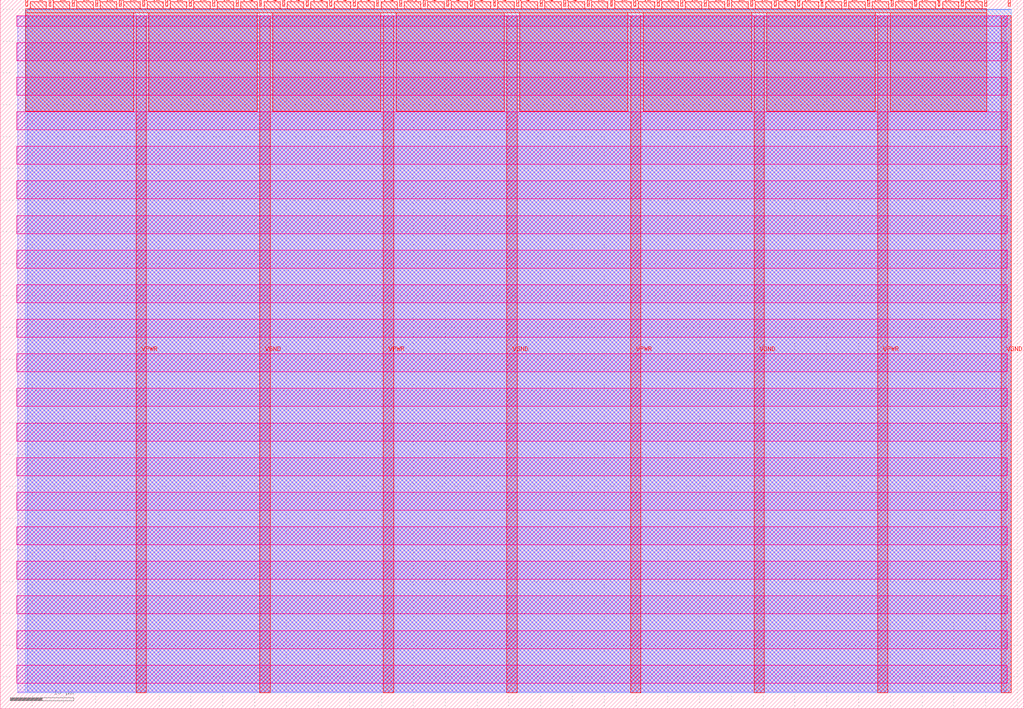
<source format=lef>
VERSION 5.7 ;
  NOWIREEXTENSIONATPIN ON ;
  DIVIDERCHAR "/" ;
  BUSBITCHARS "[]" ;
MACRO tt_um_wokwi_395355133883896833
  CLASS BLOCK ;
  FOREIGN tt_um_wokwi_395355133883896833 ;
  ORIGIN 0.000 0.000 ;
  SIZE 161.000 BY 111.520 ;
  PIN VGND
    DIRECTION INOUT ;
    USE GROUND ;
    PORT
      LAYER met4 ;
        RECT 40.830 2.480 42.430 109.040 ;
    END
    PORT
      LAYER met4 ;
        RECT 79.700 2.480 81.300 109.040 ;
    END
    PORT
      LAYER met4 ;
        RECT 118.570 2.480 120.170 109.040 ;
    END
    PORT
      LAYER met4 ;
        RECT 157.440 2.480 159.040 109.040 ;
    END
  END VGND
  PIN VPWR
    DIRECTION INOUT ;
    USE POWER ;
    PORT
      LAYER met4 ;
        RECT 21.395 2.480 22.995 109.040 ;
    END
    PORT
      LAYER met4 ;
        RECT 60.265 2.480 61.865 109.040 ;
    END
    PORT
      LAYER met4 ;
        RECT 99.135 2.480 100.735 109.040 ;
    END
    PORT
      LAYER met4 ;
        RECT 138.005 2.480 139.605 109.040 ;
    END
  END VPWR
  PIN clk
    DIRECTION INPUT ;
    USE SIGNAL ;
    ANTENNAGATEAREA 0.852000 ;
    PORT
      LAYER met4 ;
        RECT 154.870 110.520 155.170 111.520 ;
    END
  END clk
  PIN ena
    DIRECTION INPUT ;
    USE SIGNAL ;
    PORT
      LAYER met4 ;
        RECT 158.550 110.520 158.850 111.520 ;
    END
  END ena
  PIN rst_n
    DIRECTION INPUT ;
    USE SIGNAL ;
    ANTENNAGATEAREA 0.196500 ;
    PORT
      LAYER met4 ;
        RECT 151.190 110.520 151.490 111.520 ;
    END
  END rst_n
  PIN ui_in[0]
    DIRECTION INPUT ;
    USE SIGNAL ;
    ANTENNAGATEAREA 0.126000 ;
    PORT
      LAYER met4 ;
        RECT 147.510 110.520 147.810 111.520 ;
    END
  END ui_in[0]
  PIN ui_in[1]
    DIRECTION INPUT ;
    USE SIGNAL ;
    ANTENNAGATEAREA 0.196500 ;
    PORT
      LAYER met4 ;
        RECT 143.830 110.520 144.130 111.520 ;
    END
  END ui_in[1]
  PIN ui_in[2]
    DIRECTION INPUT ;
    USE SIGNAL ;
    ANTENNAGATEAREA 0.196500 ;
    PORT
      LAYER met4 ;
        RECT 140.150 110.520 140.450 111.520 ;
    END
  END ui_in[2]
  PIN ui_in[3]
    DIRECTION INPUT ;
    USE SIGNAL ;
    ANTENNAGATEAREA 0.196500 ;
    PORT
      LAYER met4 ;
        RECT 136.470 110.520 136.770 111.520 ;
    END
  END ui_in[3]
  PIN ui_in[4]
    DIRECTION INPUT ;
    USE SIGNAL ;
    ANTENNAGATEAREA 0.196500 ;
    PORT
      LAYER met4 ;
        RECT 132.790 110.520 133.090 111.520 ;
    END
  END ui_in[4]
  PIN ui_in[5]
    DIRECTION INPUT ;
    USE SIGNAL ;
    ANTENNAGATEAREA 0.196500 ;
    PORT
      LAYER met4 ;
        RECT 129.110 110.520 129.410 111.520 ;
    END
  END ui_in[5]
  PIN ui_in[6]
    DIRECTION INPUT ;
    USE SIGNAL ;
    ANTENNAGATEAREA 0.196500 ;
    PORT
      LAYER met4 ;
        RECT 125.430 110.520 125.730 111.520 ;
    END
  END ui_in[6]
  PIN ui_in[7]
    DIRECTION INPUT ;
    USE SIGNAL ;
    ANTENNAGATEAREA 0.196500 ;
    PORT
      LAYER met4 ;
        RECT 121.750 110.520 122.050 111.520 ;
    END
  END ui_in[7]
  PIN uio_in[0]
    DIRECTION INPUT ;
    USE SIGNAL ;
    PORT
      LAYER met4 ;
        RECT 118.070 110.520 118.370 111.520 ;
    END
  END uio_in[0]
  PIN uio_in[1]
    DIRECTION INPUT ;
    USE SIGNAL ;
    PORT
      LAYER met4 ;
        RECT 114.390 110.520 114.690 111.520 ;
    END
  END uio_in[1]
  PIN uio_in[2]
    DIRECTION INPUT ;
    USE SIGNAL ;
    PORT
      LAYER met4 ;
        RECT 110.710 110.520 111.010 111.520 ;
    END
  END uio_in[2]
  PIN uio_in[3]
    DIRECTION INPUT ;
    USE SIGNAL ;
    PORT
      LAYER met4 ;
        RECT 107.030 110.520 107.330 111.520 ;
    END
  END uio_in[3]
  PIN uio_in[4]
    DIRECTION INPUT ;
    USE SIGNAL ;
    PORT
      LAYER met4 ;
        RECT 103.350 110.520 103.650 111.520 ;
    END
  END uio_in[4]
  PIN uio_in[5]
    DIRECTION INPUT ;
    USE SIGNAL ;
    PORT
      LAYER met4 ;
        RECT 99.670 110.520 99.970 111.520 ;
    END
  END uio_in[5]
  PIN uio_in[6]
    DIRECTION INPUT ;
    USE SIGNAL ;
    PORT
      LAYER met4 ;
        RECT 95.990 110.520 96.290 111.520 ;
    END
  END uio_in[6]
  PIN uio_in[7]
    DIRECTION INPUT ;
    USE SIGNAL ;
    PORT
      LAYER met4 ;
        RECT 92.310 110.520 92.610 111.520 ;
    END
  END uio_in[7]
  PIN uio_oe[0]
    DIRECTION OUTPUT TRISTATE ;
    USE SIGNAL ;
    PORT
      LAYER met4 ;
        RECT 29.750 110.520 30.050 111.520 ;
    END
  END uio_oe[0]
  PIN uio_oe[1]
    DIRECTION OUTPUT TRISTATE ;
    USE SIGNAL ;
    PORT
      LAYER met4 ;
        RECT 26.070 110.520 26.370 111.520 ;
    END
  END uio_oe[1]
  PIN uio_oe[2]
    DIRECTION OUTPUT TRISTATE ;
    USE SIGNAL ;
    PORT
      LAYER met4 ;
        RECT 22.390 110.520 22.690 111.520 ;
    END
  END uio_oe[2]
  PIN uio_oe[3]
    DIRECTION OUTPUT TRISTATE ;
    USE SIGNAL ;
    PORT
      LAYER met4 ;
        RECT 18.710 110.520 19.010 111.520 ;
    END
  END uio_oe[3]
  PIN uio_oe[4]
    DIRECTION OUTPUT TRISTATE ;
    USE SIGNAL ;
    PORT
      LAYER met4 ;
        RECT 15.030 110.520 15.330 111.520 ;
    END
  END uio_oe[4]
  PIN uio_oe[5]
    DIRECTION OUTPUT TRISTATE ;
    USE SIGNAL ;
    PORT
      LAYER met4 ;
        RECT 11.350 110.520 11.650 111.520 ;
    END
  END uio_oe[5]
  PIN uio_oe[6]
    DIRECTION OUTPUT TRISTATE ;
    USE SIGNAL ;
    PORT
      LAYER met4 ;
        RECT 7.670 110.520 7.970 111.520 ;
    END
  END uio_oe[6]
  PIN uio_oe[7]
    DIRECTION OUTPUT TRISTATE ;
    USE SIGNAL ;
    PORT
      LAYER met4 ;
        RECT 3.990 110.520 4.290 111.520 ;
    END
  END uio_oe[7]
  PIN uio_out[0]
    DIRECTION OUTPUT TRISTATE ;
    USE SIGNAL ;
    PORT
      LAYER met4 ;
        RECT 59.190 110.520 59.490 111.520 ;
    END
  END uio_out[0]
  PIN uio_out[1]
    DIRECTION OUTPUT TRISTATE ;
    USE SIGNAL ;
    PORT
      LAYER met4 ;
        RECT 55.510 110.520 55.810 111.520 ;
    END
  END uio_out[1]
  PIN uio_out[2]
    DIRECTION OUTPUT TRISTATE ;
    USE SIGNAL ;
    PORT
      LAYER met4 ;
        RECT 51.830 110.520 52.130 111.520 ;
    END
  END uio_out[2]
  PIN uio_out[3]
    DIRECTION OUTPUT TRISTATE ;
    USE SIGNAL ;
    PORT
      LAYER met4 ;
        RECT 48.150 110.520 48.450 111.520 ;
    END
  END uio_out[3]
  PIN uio_out[4]
    DIRECTION OUTPUT TRISTATE ;
    USE SIGNAL ;
    PORT
      LAYER met4 ;
        RECT 44.470 110.520 44.770 111.520 ;
    END
  END uio_out[4]
  PIN uio_out[5]
    DIRECTION OUTPUT TRISTATE ;
    USE SIGNAL ;
    PORT
      LAYER met4 ;
        RECT 40.790 110.520 41.090 111.520 ;
    END
  END uio_out[5]
  PIN uio_out[6]
    DIRECTION OUTPUT TRISTATE ;
    USE SIGNAL ;
    PORT
      LAYER met4 ;
        RECT 37.110 110.520 37.410 111.520 ;
    END
  END uio_out[6]
  PIN uio_out[7]
    DIRECTION OUTPUT TRISTATE ;
    USE SIGNAL ;
    PORT
      LAYER met4 ;
        RECT 33.430 110.520 33.730 111.520 ;
    END
  END uio_out[7]
  PIN uo_out[0]
    DIRECTION OUTPUT TRISTATE ;
    USE SIGNAL ;
    ANTENNADIFFAREA 0.445500 ;
    PORT
      LAYER met4 ;
        RECT 88.630 110.520 88.930 111.520 ;
    END
  END uo_out[0]
  PIN uo_out[1]
    DIRECTION OUTPUT TRISTATE ;
    USE SIGNAL ;
    ANTENNADIFFAREA 0.445500 ;
    PORT
      LAYER met4 ;
        RECT 84.950 110.520 85.250 111.520 ;
    END
  END uo_out[1]
  PIN uo_out[2]
    DIRECTION OUTPUT TRISTATE ;
    USE SIGNAL ;
    ANTENNADIFFAREA 0.445500 ;
    PORT
      LAYER met4 ;
        RECT 81.270 110.520 81.570 111.520 ;
    END
  END uo_out[2]
  PIN uo_out[3]
    DIRECTION OUTPUT TRISTATE ;
    USE SIGNAL ;
    ANTENNADIFFAREA 0.445500 ;
    PORT
      LAYER met4 ;
        RECT 77.590 110.520 77.890 111.520 ;
    END
  END uo_out[3]
  PIN uo_out[4]
    DIRECTION OUTPUT TRISTATE ;
    USE SIGNAL ;
    ANTENNADIFFAREA 0.445500 ;
    PORT
      LAYER met4 ;
        RECT 73.910 110.520 74.210 111.520 ;
    END
  END uo_out[4]
  PIN uo_out[5]
    DIRECTION OUTPUT TRISTATE ;
    USE SIGNAL ;
    ANTENNADIFFAREA 0.445500 ;
    PORT
      LAYER met4 ;
        RECT 70.230 110.520 70.530 111.520 ;
    END
  END uo_out[5]
  PIN uo_out[6]
    DIRECTION OUTPUT TRISTATE ;
    USE SIGNAL ;
    ANTENNADIFFAREA 0.795200 ;
    PORT
      LAYER met4 ;
        RECT 66.550 110.520 66.850 111.520 ;
    END
  END uo_out[6]
  PIN uo_out[7]
    DIRECTION OUTPUT TRISTATE ;
    USE SIGNAL ;
    ANTENNADIFFAREA 0.795200 ;
    PORT
      LAYER met4 ;
        RECT 62.870 110.520 63.170 111.520 ;
    END
  END uo_out[7]
  OBS
      LAYER nwell ;
        RECT 2.570 107.385 158.430 108.990 ;
        RECT 2.570 101.945 158.430 104.775 ;
        RECT 2.570 96.505 158.430 99.335 ;
        RECT 2.570 91.065 158.430 93.895 ;
        RECT 2.570 85.625 158.430 88.455 ;
        RECT 2.570 80.185 158.430 83.015 ;
        RECT 2.570 74.745 158.430 77.575 ;
        RECT 2.570 69.305 158.430 72.135 ;
        RECT 2.570 63.865 158.430 66.695 ;
        RECT 2.570 58.425 158.430 61.255 ;
        RECT 2.570 52.985 158.430 55.815 ;
        RECT 2.570 47.545 158.430 50.375 ;
        RECT 2.570 42.105 158.430 44.935 ;
        RECT 2.570 36.665 158.430 39.495 ;
        RECT 2.570 31.225 158.430 34.055 ;
        RECT 2.570 25.785 158.430 28.615 ;
        RECT 2.570 20.345 158.430 23.175 ;
        RECT 2.570 14.905 158.430 17.735 ;
        RECT 2.570 9.465 158.430 12.295 ;
        RECT 2.570 4.025 158.430 6.855 ;
      LAYER li1 ;
        RECT 2.760 2.635 158.240 108.885 ;
      LAYER met1 ;
        RECT 2.760 2.480 159.040 109.040 ;
      LAYER met2 ;
        RECT 4.230 2.535 159.010 110.005 ;
      LAYER met3 ;
        RECT 3.950 2.555 159.030 109.985 ;
      LAYER met4 ;
        RECT 4.690 110.120 7.270 111.170 ;
        RECT 8.370 110.120 10.950 111.170 ;
        RECT 12.050 110.120 14.630 111.170 ;
        RECT 15.730 110.120 18.310 111.170 ;
        RECT 19.410 110.120 21.990 111.170 ;
        RECT 23.090 110.120 25.670 111.170 ;
        RECT 26.770 110.120 29.350 111.170 ;
        RECT 30.450 110.120 33.030 111.170 ;
        RECT 34.130 110.120 36.710 111.170 ;
        RECT 37.810 110.120 40.390 111.170 ;
        RECT 41.490 110.120 44.070 111.170 ;
        RECT 45.170 110.120 47.750 111.170 ;
        RECT 48.850 110.120 51.430 111.170 ;
        RECT 52.530 110.120 55.110 111.170 ;
        RECT 56.210 110.120 58.790 111.170 ;
        RECT 59.890 110.120 62.470 111.170 ;
        RECT 63.570 110.120 66.150 111.170 ;
        RECT 67.250 110.120 69.830 111.170 ;
        RECT 70.930 110.120 73.510 111.170 ;
        RECT 74.610 110.120 77.190 111.170 ;
        RECT 78.290 110.120 80.870 111.170 ;
        RECT 81.970 110.120 84.550 111.170 ;
        RECT 85.650 110.120 88.230 111.170 ;
        RECT 89.330 110.120 91.910 111.170 ;
        RECT 93.010 110.120 95.590 111.170 ;
        RECT 96.690 110.120 99.270 111.170 ;
        RECT 100.370 110.120 102.950 111.170 ;
        RECT 104.050 110.120 106.630 111.170 ;
        RECT 107.730 110.120 110.310 111.170 ;
        RECT 111.410 110.120 113.990 111.170 ;
        RECT 115.090 110.120 117.670 111.170 ;
        RECT 118.770 110.120 121.350 111.170 ;
        RECT 122.450 110.120 125.030 111.170 ;
        RECT 126.130 110.120 128.710 111.170 ;
        RECT 129.810 110.120 132.390 111.170 ;
        RECT 133.490 110.120 136.070 111.170 ;
        RECT 137.170 110.120 139.750 111.170 ;
        RECT 140.850 110.120 143.430 111.170 ;
        RECT 144.530 110.120 147.110 111.170 ;
        RECT 148.210 110.120 150.790 111.170 ;
        RECT 151.890 110.120 154.470 111.170 ;
        RECT 3.975 109.440 155.185 110.120 ;
        RECT 3.975 94.015 20.995 109.440 ;
        RECT 23.395 94.015 40.430 109.440 ;
        RECT 42.830 94.015 59.865 109.440 ;
        RECT 62.265 94.015 79.300 109.440 ;
        RECT 81.700 94.015 98.735 109.440 ;
        RECT 101.135 94.015 118.170 109.440 ;
        RECT 120.570 94.015 137.605 109.440 ;
        RECT 140.005 94.015 155.185 109.440 ;
  END
END tt_um_wokwi_395355133883896833
END LIBRARY


</source>
